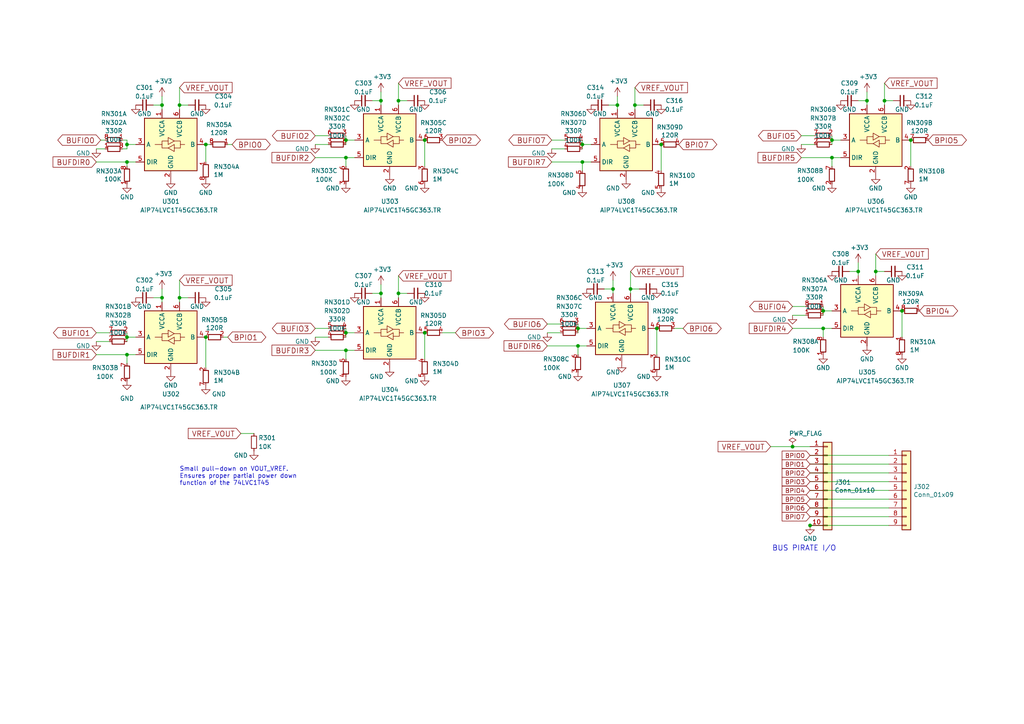
<source format=kicad_sch>
(kicad_sch (version 20231120) (generator "eeschema") (generator_version "8.0")
  (paper "A4")
  (lib_symbols
    (symbol "Connector_Generic:Conn_01x09" (pin_names (offset 1.016) hide)
      (property "Reference" "J" (at 0 12.7 0))
      (property "Value" "Conn_01x09" (at 0 -12.7 0))
      (symbol "Conn_01x09_1_1"
        (pin passive line (at -5.08 10.16 0) (length 3.81) (name "Pin_1") (number "1"))
        (pin passive line (at -5.08 7.62 0) (length 3.81) (name "Pin_2") (number "2"))
        (pin passive line (at -5.08 5.08 0) (length 3.81) (name "Pin_3") (number "3"))
        (pin passive line (at -5.08 2.54 0) (length 3.81) (name "Pin_4") (number "4"))
        (pin passive line (at -5.08 0 0) (length 3.81) (name "Pin_5") (number "5"))
        (pin passive line (at -5.08 -2.54 0) (length 3.81) (name "Pin_6") (number "6"))
        (pin passive line (at -5.08 -5.08 0) (length 3.81) (name "Pin_7") (number "7"))
        (pin passive line (at -5.08 -7.62 0) (length 3.81) (name "Pin_8") (number "8"))
        (pin passive line (at -5.08 -10.16 0) (length 3.81) (name "Pin_9") (number "9"))
      )
    )
    (symbol "Connector_Generic:Conn_01x10" (pin_names (offset 1.016) hide)
      (property "Reference" "J" (at 0 12.7 0))
      (property "Value" "Conn_01x10" (at 0 -15.24 0))
      (symbol "Conn_01x10_1_1"
        (pin passive line (at -5.08 10.16 0) (length 3.81) (name "Pin_1") (number "1"))
        (pin passive line (at -5.08 -12.7 0) (length 3.81) (name "Pin_10") (number "10"))
        (pin passive line (at -5.08 7.62 0) (length 3.81) (name "Pin_2") (number "2"))
        (pin passive line (at -5.08 5.08 0) (length 3.81) (name "Pin_3") (number "3"))
        (pin passive line (at -5.08 2.54 0) (length 3.81) (name "Pin_4") (number "4"))
        (pin passive line (at -5.08 0 0) (length 3.81) (name "Pin_5") (number "5"))
        (pin passive line (at -5.08 -2.54 0) (length 3.81) (name "Pin_6") (number "6"))
        (pin passive line (at -5.08 -5.08 0) (length 3.81) (name "Pin_7") (number "7"))
        (pin passive line (at -5.08 -7.62 0) (length 3.81) (name "Pin_8") (number "8"))
        (pin passive line (at -5.08 -10.16 0) (length 3.81) (name "Pin_9") (number "9"))
      )
    )
    (symbol "Device:C_Small" (pin_numbers hide) (pin_names (offset 0.254) hide)
      (property "Reference" "C" (at 0.254 1.778 0))
      (property "Value" "C_Small" (at 0.254 -2.032 0))
      (symbol "C_Small_1_1"
        (pin passive line (at 0 2.54 270) (length 2.032) (name "~") (number "1"))
        (pin passive line (at 0 -2.54 90) (length 2.032) (name "~") (number "2"))
      )
    )
    (symbol "Device:R_Small" (pin_numbers hide) (pin_names (offset 0.254) hide)
      (property "Reference" "R" (at 0.762 0.508 0))
      (property "Value" "R_Small" (at 0.762 -1.016 0))
      (symbol "R_Small_1_1"
        (pin passive line (at 0 2.54 270) (length 0.762) (name "~") (number "1"))
        (pin passive line (at 0 -2.54 90) (length 0.762) (name "~") (number "2"))
      )
    )
    (symbol "Logic_LevelTranslator:SN74LVC1T45DCK"
      (property "Reference" "U" (at -6.35 8.89 0))
      (property "Value" "SN74LVC1T45DCK" (at 3.81 8.89 0))
      (symbol "SN74LVC1T45DCK_1_1"
        (pin power_in line (at -2.54 10.16 270) (length 2.54) (name "VCCA") (number "1"))
        (pin power_in line (at 0 -10.16 90) (length 2.54) (name "GND") (number "2"))
        (pin bidirectional line (at -10.16 0 0) (length 2.54) (name "A") (number "3"))
        (pin bidirectional line (at 10.16 0 180) (length 2.54) (name "B") (number "4"))
        (pin input line (at -10.16 -5.08 0) (length 2.54) (name "DIR") (number "5"))
        (pin power_in line (at 2.54 10.16 270) (length 2.54) (name "VCCB") (number "6"))
      )
    )
    (symbol "dp-rarray:R_Array" (pin_names (offset 0) hide)
      (property "Reference" "RN" (at 2.286 0.762 0))
      (property "Value" "R_Array" (at 4.572 -0.762 0))
      (symbol "R_Array_1_1"
        (pin passive line (at 0 2.54 270) (length 0.762) (name "R1.1") (number "1"))
        (pin passive line (at 0 -2.54 90) (length 0.762) (name "R1.8") (number "8"))
      )
      (symbol "R_Array_2_1"
        (pin passive line (at 0 2.54 270) (length 0.762) (name "R1.1") (number "2"))
        (pin passive line (at 0 -2.54 90) (length 0.762) (name "R1.8") (number "7"))
      )
      (symbol "R_Array_3_1"
        (pin passive line (at 0 2.54 270) (length 0.762) (name "R1.1") (number "3"))
        (pin passive line (at 0 -2.54 90) (length 0.762) (name "R1.8") (number "6"))
      )
      (symbol "R_Array_4_1"
        (pin passive line (at 0 2.54 270) (length 0.762) (name "R1.1") (number "4"))
        (pin passive line (at 0 -2.54 90) (length 0.762) (name "R1.8") (number "5"))
      )
    )
    (symbol "power:+3V3" (power) (pin_names (offset 0))
      (property "Value" "+3V3" (at 0 3.556 0))
      (symbol "+3V3_1_1"
        (pin power_in line (at 0 0 90) (length 0) hide (name "+3V3") (number "1"))
      )
    )
    (symbol "power:GND" (power) (pin_names (offset 0))
      (property "Value" "GND" (at 0 -3.81 0))
      (symbol "GND_1_1"
        (pin power_in line (at 0 0 270) (length 0) hide (name "GND") (number "1"))
      )
    )
    (symbol "power:PWR_FLAG" (power) (pin_numbers hide) (pin_names (offset 0) hide)
      (property "Value" "PWR_FLAG" (at 0 3.81 0))
      (symbol "PWR_FLAG_0_0"
        (pin power_out line (at 0 0 90) (length 0) (name "pwr") (number "1"))
      )
    )
  )
  (junction (at 59.69 97.79))
  (junction (at 167.64 100.33))
  (junction (at 254 78.74))
  (junction (at 100.33 40.64))
  (junction (at 52.07 30.48))
  (junction (at 115.57 29.21))
  (junction (at 36.83 41.91))
  (junction (at 52.07 86.36))
  (junction (at 115.57 85.09))
  (junction (at 248.92 78.74))
  (junction (at 46.99 30.48))
  (junction (at 36.83 46.99))
  (junction (at 190.5 95.25))
  (junction (at 100.33 96.52))
  (junction (at 168.91 41.91))
  (junction (at 241.3 40.64))
  (junction (at 234.95 152.4))
  (junction (at 123.19 96.52))
  (junction (at 36.83 102.87))
  (junction (at 264.16 40.64))
  (junction (at 123.19 40.64))
  (junction (at 191.77 41.91))
  (junction (at 238.76 95.25))
  (junction (at 179.07 30.48))
  (junction (at 182.88 83.82))
  (junction (at 59.69 41.91))
  (junction (at 168.91 46.99))
  (junction (at 36.83 97.79))
  (junction (at 110.49 85.09))
  (junction (at 241.3 45.72))
  (junction (at 167.64 95.25))
  (junction (at 110.49 29.21))
  (junction (at 184.15 30.48))
  (junction (at 229.87 129.54))
  (junction (at 238.76 90.17))
  (junction (at 256.54 29.21))
  (junction (at 100.33 101.6))
  (junction (at 46.99 86.36))
  (junction (at 177.8 83.82))
  (junction (at 261.62 90.17))
  (junction (at 251.46 29.21))
  (junction (at 100.33 45.72))
  (wire (pts (xy 236.22 41.91) (xy 232.41 41.91)))
  (wire (pts (xy 110.49 30.48) (xy 110.49 29.21)))
  (wire (pts (xy 259.08 29.21) (xy 256.54 29.21)))
  (wire (pts (xy 234.95 149.86) (xy 257.81 149.86)))
  (wire (pts (xy 39.37 97.79) (xy 36.83 97.79)))
  (wire (pts (xy 52.07 81.28) (xy 52.07 86.36)))
  (wire (pts (xy 257.81 132.08) (xy 234.95 132.08)))
  (wire (pts (xy 36.83 102.87) (xy 27.94 102.87)))
  (wire (pts (xy 241.3 45.72) (xy 241.3 48.26)))
  (wire (pts (xy 176.53 30.48) (xy 179.07 30.48)))
  (wire (pts (xy 36.83 99.06) (xy 36.83 97.79)))
  (wire (pts (xy 123.19 104.14) (xy 123.19 96.52)))
  (wire (pts (xy 170.18 100.33) (xy 167.64 100.33)))
  (wire (pts (xy 66.04 41.91) (xy 67.31 41.91)))
  (wire (pts (xy 238.76 90.17) (xy 238.76 88.9)))
  (wire (pts (xy 163.83 40.64) (xy 160.02 40.64)))
  (wire (pts (xy 162.56 96.52) (xy 158.75 96.52)))
  (wire (pts (xy 100.33 45.72) (xy 100.33 48.26)))
  (wire (pts (xy 59.69 106.68) (xy 59.69 97.79)))
  (wire (pts (xy 100.33 45.72) (xy 91.44 45.72)))
  (wire (pts (xy 241.3 95.25) (xy 238.76 95.25)))
  (wire (pts (xy 234.95 144.78) (xy 257.81 144.78)))
  (wire (pts (xy 52.07 31.75) (xy 52.07 30.48)))
  (wire (pts (xy 246.38 78.74) (xy 248.92 78.74)))
  (wire (pts (xy 168.91 46.99) (xy 168.91 49.53)))
  (wire (pts (xy 110.49 29.21) (xy 110.49 26.67)))
  (wire (pts (xy 167.64 100.33) (xy 167.64 102.87)))
  (wire (pts (xy 54.61 30.48) (xy 52.07 30.48)))
  (wire (pts (xy 177.8 83.82) (xy 177.8 81.28)))
  (wire (pts (xy 123.19 40.64) (xy 123.19 48.26)))
  (wire (pts (xy 46.99 31.75) (xy 46.99 30.48)))
  (wire (pts (xy 95.25 95.25) (xy 91.44 95.25)))
  (wire (pts (xy 36.83 97.79) (xy 36.83 96.52)))
  (wire (pts (xy 241.3 41.91) (xy 241.3 40.64)))
  (wire (pts (xy 168.91 46.99) (xy 160.02 46.99)))
  (wire (pts (xy 236.22 39.37) (xy 232.41 39.37)))
  (wire (pts (xy 118.11 85.09) (xy 115.57 85.09)))
  (wire (pts (xy 238.76 91.44) (xy 238.76 90.17)))
  (wire (pts (xy 59.69 41.91) (xy 59.69 46.99)))
  (wire (pts (xy 171.45 46.99) (xy 168.91 46.99)))
  (wire (pts (xy 170.18 95.25) (xy 167.64 95.25)))
  (wire (pts (xy 36.83 48.26) (xy 36.83 46.99)))
  (wire (pts (xy 115.57 86.36) (xy 115.57 85.09)))
  (wire (pts (xy 175.26 83.82) (xy 177.8 83.82)))
  (wire (pts (xy 190.5 102.87) (xy 190.5 95.25)))
  (wire (pts (xy 233.68 88.9) (xy 229.87 88.9)))
  (wire (pts (xy 54.61 86.36) (xy 52.07 86.36)))
  (wire (pts (xy 128.27 96.52) (xy 132.08 96.52)))
  (wire (pts (xy 115.57 30.48) (xy 115.57 29.21)))
  (wire (pts (xy 248.92 78.74) (xy 248.92 76.2)))
  (wire (pts (xy 115.57 80.01) (xy 115.57 85.09)))
  (wire (pts (xy 179.07 30.48) (xy 179.07 27.94)))
  (wire (pts (xy 44.45 30.48) (xy 46.99 30.48)))
  (wire (pts (xy 162.56 93.98) (xy 158.75 93.98)))
  (wire (pts (xy 36.83 43.18) (xy 35.56 43.18)))
  (wire (pts (xy 243.84 40.64) (xy 241.3 40.64)))
  (wire (pts (xy 100.33 101.6) (xy 91.44 101.6)))
  (wire (pts (xy 31.75 96.52) (xy 27.94 96.52)))
  (wire (pts (xy 243.84 45.72) (xy 241.3 45.72)))
  (wire (pts (xy 69.85 125.73) (xy 73.66 125.73)))
  (wire (pts (xy 102.87 40.64) (xy 100.33 40.64)))
  (wire (pts (xy 46.99 87.63) (xy 46.99 86.36)))
  (wire (pts (xy 39.37 102.87) (xy 36.83 102.87)))
  (wire (pts (xy 60.96 41.91) (xy 59.69 41.91)))
  (wire (pts (xy 177.8 85.09) (xy 177.8 83.82)))
  (wire (pts (xy 118.11 29.21) (xy 115.57 29.21)))
  (wire (pts (xy 95.25 39.37) (xy 91.44 39.37)))
  (wire (pts (xy 110.49 86.36) (xy 110.49 85.09)))
  (wire (pts (xy 66.04 97.79) (xy 64.77 97.79)))
  (wire (pts (xy 171.45 41.91) (xy 168.91 41.91)))
  (wire (pts (xy 179.07 31.75) (xy 179.07 30.48)))
  (wire (pts (xy 115.57 24.13) (xy 115.57 29.21)))
  (wire (pts (xy 223.52 129.54) (xy 229.87 129.54)))
  (wire (pts (xy 233.68 91.44) (xy 229.87 91.44)))
  (wire (pts (xy 27.94 46.99) (xy 36.83 46.99)))
  (wire (pts (xy 30.48 40.64) (xy 29.21 40.64)))
  (wire (pts (xy 95.25 97.79) (xy 91.44 97.79)))
  (wire (pts (xy 234.95 152.4) (xy 257.81 152.4)))
  (wire (pts (xy 168.91 41.91) (xy 168.91 40.64)))
  (wire (pts (xy 241.3 45.72) (xy 232.41 45.72)))
  (wire (pts (xy 251.46 30.48) (xy 251.46 29.21)))
  (wire (pts (xy 107.95 85.09) (xy 110.49 85.09)))
  (wire (pts (xy 100.33 41.91) (xy 100.33 40.64)))
  (wire (pts (xy 36.83 40.64) (xy 35.56 40.64)))
  (wire (pts (xy 102.87 45.72) (xy 100.33 45.72)))
  (wire (pts (xy 163.83 43.18) (xy 160.02 43.18)))
  (wire (pts (xy 198.12 95.25) (xy 195.58 95.25)))
  (wire (pts (xy 234.95 139.7) (xy 257.81 139.7)))
  (wire (pts (xy 27.94 43.18) (xy 30.48 43.18)))
  (wire (pts (xy 100.33 40.64) (xy 100.33 39.37)))
  (wire (pts (xy 241.3 90.17) (xy 238.76 90.17)))
  (wire (pts (xy 256.54 78.74) (xy 254 78.74)))
  (wire (pts (xy 251.46 29.21) (xy 251.46 26.67)))
  (wire (pts (xy 234.95 137.16) (xy 257.81 137.16)))
  (wire (pts (xy 100.33 96.52) (xy 100.33 95.25)))
  (wire (pts (xy 31.75 99.06) (xy 27.94 99.06)))
  (wire (pts (xy 167.64 96.52) (xy 167.64 95.25)))
  (wire (pts (xy 168.91 43.18) (xy 168.91 41.91)))
  (wire (pts (xy 52.07 87.63) (xy 52.07 86.36)))
  (wire (pts (xy 256.54 24.13) (xy 256.54 29.21)))
  (wire (pts (xy 182.88 78.74) (xy 182.88 83.82)))
  (wire (pts (xy 185.42 83.82) (xy 182.88 83.82)))
  (wire (pts (xy 52.07 25.4) (xy 52.07 30.48)))
  (wire (pts (xy 261.62 97.79) (xy 261.62 90.17)))
  (wire (pts (xy 167.64 100.33) (xy 158.75 100.33)))
  (wire (pts (xy 46.99 86.36) (xy 46.99 83.82)))
  (wire (pts (xy 36.83 102.87) (xy 36.83 105.41)))
  (wire (pts (xy 248.92 80.01) (xy 248.92 78.74)))
  (wire (pts (xy 238.76 95.25) (xy 229.87 95.25)))
  (wire (pts (xy 36.83 43.18) (xy 36.83 41.91)))
  (wire (pts (xy 238.76 95.25) (xy 238.76 97.79)))
  (wire (pts (xy 46.99 30.48) (xy 46.99 27.94)))
  (wire (pts (xy 100.33 101.6) (xy 100.33 104.14)))
  (wire (pts (xy 191.77 41.91) (xy 191.77 49.53)))
  (wire (pts (xy 254 73.66) (xy 254 78.74)))
  (wire (pts (xy 95.25 41.91) (xy 91.44 41.91)))
  (wire (pts (xy 102.87 96.52) (xy 100.33 96.52)))
  (wire (pts (xy 241.3 40.64) (xy 241.3 39.37)))
  (wire (pts (xy 36.83 41.91) (xy 36.83 40.64)))
  (wire (pts (xy 229.87 129.54) (xy 234.95 129.54)))
  (wire (pts (xy 44.45 86.36) (xy 46.99 86.36)))
  (wire (pts (xy 100.33 97.79) (xy 100.33 96.52)))
  (wire (pts (xy 167.64 95.25) (xy 167.64 93.98)))
  (wire (pts (xy 234.95 142.24) (xy 257.81 142.24)))
  (wire (pts (xy 186.69 30.48) (xy 184.15 30.48)))
  (wire (pts (xy 184.15 25.4) (xy 184.15 30.48)))
  (wire (pts (xy 234.95 147.32) (xy 257.81 147.32)))
  (wire (pts (xy 234.95 134.62) (xy 257.81 134.62)))
  (wire (pts (xy 107.95 29.21) (xy 110.49 29.21)))
  (wire (pts (xy 248.92 29.21) (xy 251.46 29.21)))
  (wire (pts (xy 184.15 31.75) (xy 184.15 30.48)))
  (wire (pts (xy 102.87 101.6) (xy 100.33 101.6)))
  (wire (pts (xy 256.54 30.48) (xy 256.54 29.21)))
  (wire (pts (xy 36.83 46.99) (xy 39.37 46.99)))
  (wire (pts (xy 182.88 85.09) (xy 182.88 83.82)))
  (wire (pts (xy 39.37 41.91) (xy 36.83 41.91)))
  (wire (pts (xy 254 80.01) (xy 254 78.74)))
  (wire (pts (xy 110.49 85.09) (xy 110.49 82.55)))
  (wire (pts (xy 264.16 48.26) (xy 264.16 40.64)))
  (text "Small pull-down on VOUT_VREF.\nEnsures proper partial power down \nfunction of the 74LVC1T45" (at 52.07 140.97 0) (effects (font (size 1.27 1.27)) (justify left bottom)))
  (text "BUS PIRATE I/O" (at 242.57 160.02 0) (effects (font (size 1.524 1.524)) (justify right bottom)))
  (global_label "BPIO2" (shape bidirectional) (at 128.27 40.64 0) (effects (font (size 1.524 1.524))) (property "Intersheetrefs" "${INTERSHEET_REFS}" (effects (hide yes))))
  (global_label "BPIO0" (shape bidirectional) (at 67.31 41.91 0) (effects (font (size 1.524 1.524))) (property "Intersheetrefs" "${INTERSHEET_REFS}" (effects (hide yes))))
  (global_label "BPIO7" (shape bidirectional) (at 196.85 41.91 0) (effects (font (size 1.524 1.524))) (property "Intersheetrefs" "${INTERSHEET_REFS}" (effects (hide yes))))
  (global_label "BUFDIR0" (shape input) (at 27.94 46.99 180) (effects (font (size 1.524 1.524))) (property "Intersheetrefs" "${INTERSHEET_REFS}" (effects (hide yes))))
  (global_label "BUFIO5" (shape bidirectional) (at 232.41 39.37 180) (effects (font (size 1.524 1.524))) (property "Intersheetrefs" "${INTERSHEET_REFS}" (effects (hide yes))))
  (global_label "BUFIO3" (shape bidirectional) (at 91.44 95.25 180) (effects (font (size 1.524 1.524))) (property "Intersheetrefs" "${INTERSHEET_REFS}" (effects (hide yes))))
  (global_label "VREF_VOUT" (shape input) (at 223.52 129.54 180) (effects (font (size 1.524 1.524))) (property "Intersheetrefs" "${INTERSHEET_REFS}" (effects (hide yes))))
  (global_label "BUFDIR4" (shape input) (at 229.87 95.25 180) (effects (font (size 1.524 1.524))) (property "Intersheetrefs" "${INTERSHEET_REFS}" (effects (hide yes))))
  (global_label "BUFIO0" (shape bidirectional) (at 29.21 40.64 180) (effects (font (size 1.524 1.524))) (property "Intersheetrefs" "${INTERSHEET_REFS}" (effects (hide yes))))
  (global_label "VREF_VOUT" (shape input) (at 115.57 80.01 0) (effects (font (size 1.524 1.524))) (property "Intersheetrefs" "${INTERSHEET_REFS}" (effects (hide yes))))
  (global_label "BUFIO2" (shape bidirectional) (at 91.44 39.37 180) (effects (font (size 1.524 1.524))) (property "Intersheetrefs" "${INTERSHEET_REFS}" (effects (hide yes))))
  (global_label "BUFDIR3" (shape input) (at 91.44 101.6 180) (effects (font (size 1.524 1.524))) (property "Intersheetrefs" "${INTERSHEET_REFS}" (effects (hide yes))))
  (global_label "BUFIO4" (shape bidirectional) (at 229.87 88.9 180) (effects (font (size 1.524 1.524))) (property "Intersheetrefs" "${INTERSHEET_REFS}" (effects (hide yes))))
  (global_label "BPIO5" (shape bidirectional) (at 269.24 40.64 0) (effects (font (size 1.524 1.524))) (property "Intersheetrefs" "${INTERSHEET_REFS}" (effects (hide yes))))
  (global_label "BUFDIR2" (shape input) (at 91.44 45.72 180) (effects (font (size 1.524 1.524))) (property "Intersheetrefs" "${INTERSHEET_REFS}" (effects (hide yes))))
  (global_label "BPIO1" (shape bidirectional) (at 66.04 97.79 0) (effects (font (size 1.524 1.524))) (property "Intersheetrefs" "${INTERSHEET_REFS}" (effects (hide yes))))
  (global_label "BPIO1" (shape input) (at 234.95 134.62 180) (property "Intersheetrefs" "${INTERSHEET_REFS}" (effects (hide yes))))
  (global_label "VREF_VOUT" (shape input) (at 52.07 25.4 0) (effects (font (size 1.524 1.524))) (property "Intersheetrefs" "${INTERSHEET_REFS}" (effects (hide yes))))
  (global_label "VREF_VOUT" (shape input) (at 115.57 24.13 0) (effects (font (size 1.524 1.524))) (property "Intersheetrefs" "${INTERSHEET_REFS}" (effects (hide yes))))
  (global_label "BPIO4" (shape input) (at 234.95 142.24 180) (property "Intersheetrefs" "${INTERSHEET_REFS}" (effects (hide yes))))
  (global_label "BPIO4" (shape bidirectional) (at 266.7 90.17 0) (effects (font (size 1.524 1.524))) (property "Intersheetrefs" "${INTERSHEET_REFS}" (effects (hide yes))))
  (global_label "VREF_VOUT" (shape input) (at 69.85 125.73 180) (effects (font (size 1.524 1.524))) (property "Intersheetrefs" "${INTERSHEET_REFS}" (effects (hide yes))))
  (global_label "BPIO6" (shape input) (at 234.95 147.32 180) (property "Intersheetrefs" "${INTERSHEET_REFS}" (effects (hide yes))))
  (global_label "VREF_VOUT" (shape input) (at 184.15 25.4 0) (effects (font (size 1.524 1.524))) (property "Intersheetrefs" "${INTERSHEET_REFS}" (effects (hide yes))))
  (global_label "VREF_VOUT" (shape input) (at 182.88 78.74 0) (effects (font (size 1.524 1.524))) (property "Intersheetrefs" "${INTERSHEET_REFS}" (effects (hide yes))))
  (global_label "BPIO6" (shape bidirectional) (at 198.12 95.25 0) (effects (font (size 1.524 1.524))) (property "Intersheetrefs" "${INTERSHEET_REFS}" (effects (hide yes))))
  (global_label "BPIO3" (shape bidirectional) (at 132.08 96.52 0) (effects (font (size 1.524 1.524))) (property "Intersheetrefs" "${INTERSHEET_REFS}" (effects (hide yes))))
  (global_label "BUFIO1" (shape bidirectional) (at 27.94 96.52 180) (effects (font (size 1.524 1.524))) (property "Intersheetrefs" "${INTERSHEET_REFS}" (effects (hide yes))))
  (global_label "BUFDIR5" (shape input) (at 232.41 45.72 180) (effects (font (size 1.524 1.524))) (property "Intersheetrefs" "${INTERSHEET_REFS}" (effects (hide yes))))
  (global_label "VREF_VOUT" (shape input) (at 256.54 24.13 0) (effects (font (size 1.524 1.524))) (property "Intersheetrefs" "${INTERSHEET_REFS}" (effects (hide yes))))
  (global_label "BUFIO7" (shape bidirectional) (at 160.02 40.64 180) (effects (font (size 1.524 1.524))) (property "Intersheetrefs" "${INTERSHEET_REFS}" (effects (hide yes))))
  (global_label "VREF_VOUT" (shape input) (at 52.07 81.28 0) (effects (font (size 1.524 1.524))) (property "Intersheetrefs" "${INTERSHEET_REFS}" (effects (hide yes))))
  (global_label "BPIO3" (shape input) (at 234.95 139.7 180) (property "Intersheetrefs" "${INTERSHEET_REFS}" (effects (hide yes))))
  (global_label "BUFDIR1" (shape input) (at 27.94 102.87 180) (effects (font (size 1.524 1.524))) (property "Intersheetrefs" "${INTERSHEET_REFS}" (effects (hide yes))))
  (global_label "BUFDIR6" (shape input) (at 158.75 100.33 180) (effects (font (size 1.524 1.524))) (property "Intersheetrefs" "${INTERSHEET_REFS}" (effects (hide yes))))
  (global_label "VREF_VOUT" (shape input) (at 254 73.66 0) (effects (font (size 1.524 1.524))) (property "Intersheetrefs" "${INTERSHEET_REFS}" (effects (hide yes))))
  (global_label "BPIO7" (shape input) (at 234.95 149.86 180) (property "Intersheetrefs" "${INTERSHEET_REFS}" (effects (hide yes))))
  (global_label "BUFIO6" (shape bidirectional) (at 158.75 93.98 180) (effects (font (size 1.524 1.524))) (property "Intersheetrefs" "${INTERSHEET_REFS}" (effects (hide yes))))
  (global_label "BPIO0" (shape input) (at 234.95 132.08 180) (property "Intersheetrefs" "${INTERSHEET_REFS}" (effects (hide yes))))
  (global_label "BPIO2" (shape input) (at 234.95 137.16 180) (property "Intersheetrefs" "${INTERSHEET_REFS}" (effects (hide yes))))
  (global_label "BPIO5" (shape input) (at 234.95 144.78 180) (property "Intersheetrefs" "${INTERSHEET_REFS}" (effects (hide yes))))
  (global_label "BUFDIR7" (shape input) (at 160.02 46.99 180) (effects (font (size 1.524 1.524))) (property "Intersheetrefs" "${INTERSHEET_REFS}" (effects (hide yes))))
  (symbol (lib_id "power:+3V3") (at 46.99 27.94 0) (unit 1)
    (property "Reference" "#PWR0310" (effects (hide yes)))
    (property "Value" "+3V3" (at 47.371 23.5458 0))
  )
  (symbol (lib_id "Device:C_Small") (at 57.15 30.48 90) (unit 1)
    (property "Reference" "C304" (at 64.77 27.94 90))
    (property "Value" "0.1uF" (at 64.77 30.48 90))
    (property "Footprint" "Capacitor_SMD:C_0402_1005Metric" (effects (hide yes)))
    (property "RMB" "0.00628" (effects (hide yes)))
    (property "Supplier" "https://item.szlcsc.com/1877.html" (effects (hide yes)))
  )
  (symbol (lib_id "power:GND") (at 39.37 30.48 0) (unit 1)
    (property "Reference" "#PWR0307" (effects (hide yes)))
    (property "Value" "GND" (at 41.91 33.02 0))
  )
  (symbol (lib_id "power:GND") (at 59.69 30.48 0) (unit 1)
    (property "Reference" "#PWR0316" (effects (hide yes)))
    (property "Value" "GND" (at 57.15 33.02 0))
  )
  (symbol (lib_id "power:GND") (at 49.53 52.07 0) (unit 1)
    (property "Reference" "#PWR0313" (effects (hide yes)))
    (property "Value" "GND" (at 49.53 55.88 0))
  )
  (symbol (lib_id "power:GND") (at 27.94 43.18 0) (unit 1)
    (property "Reference" "#PWR0301" (effects (hide yes)))
    (property "Value" "GND" (at 24.13 44.45 0))
  )
  (symbol (lib_id "power:GND") (at 36.83 53.34 0) (unit 1)
    (property "Reference" "#PWR0304" (effects (hide yes)))
    (property "Value" "GND" (at 36.83 57.15 0))
  )
  (symbol (lib_id "power:GND") (at 59.69 52.07 0) (unit 1)
    (property "Reference" "#PWR0317" (effects (hide yes)))
    (property "Value" "GND" (at 59.69 55.88 0))
  )
  (symbol (lib_id "Device:C_Small") (at 41.91 86.36 90) (unit 1)
    (property "Reference" "C302" (at 41.91 81.28 90))
    (property "Value" "0.1uF" (at 41.91 83.82 90))
    (property "Footprint" "Capacitor_SMD:C_0402_1005Metric" (effects (hide yes)))
    (property "RMB" "0.00628" (effects (hide yes)))
    (property "Supplier" "https://item.szlcsc.com/1877.html" (effects (hide yes)))
  )
  (symbol (lib_id "Logic_LevelTranslator:SN74LVC1T45DCK") (at 49.53 97.79 0) (unit 1)
    (property "Reference" "U302" (at 46.99 114.3 0) (effects (justify left)))
    (property "Value" "AiP74LVC1T45GC363.TR" (at 40.64 118.11 0) (effects (justify left)))
    (property "Footprint" "Package_TO_SOT_SMD:SOT-363_SC-70-6" (effects (hide yes)))
    (property "Datasheet" "http://www.ti.com/lit/ds/symlink/sn74lvc1t45.pdf" (effects (hide yes)))
    (property "RMB" "1.33" (effects (hide yes)))
    (property "Supplier" "https://item.szlcsc.com/9911.html" (effects (hide yes)))
  )
  (symbol (lib_id "power:+3V3") (at 46.99 83.82 0) (unit 1)
    (property "Reference" "#PWR0311" (effects (hide yes)))
    (property "Value" "+3V3" (at 47.371 79.4258 0))
  )
  (symbol (lib_id "Device:C_Small") (at 57.15 86.36 90) (unit 1)
    (property "Reference" "C305" (at 64.77 83.82 90))
    (property "Value" "0.1uF" (at 64.77 86.36 90))
    (property "Footprint" "Capacitor_SMD:C_0402_1005Metric" (effects (hide yes)))
    (property "RMB" "0.00628" (effects (hide yes)))
    (property "Supplier" "https://item.szlcsc.com/1877.html" (effects (hide yes)))
  )
  (symbol (lib_id "power:GND") (at 39.37 86.36 0) (unit 1)
    (property "Reference" "#PWR0308" (effects (hide yes)))
    (property "Value" "GND" (at 41.91 88.9 0))
  )
  (symbol (lib_id "power:GND") (at 59.69 86.36 0) (unit 1)
    (property "Reference" "#PWR0318" (effects (hide yes)))
    (property "Value" "GND" (at 57.15 88.9 0))
  )
  (symbol (lib_id "power:GND") (at 49.53 107.95 0) (unit 1)
    (property "Reference" "#PWR0314" (effects (hide yes)))
    (property "Value" "GND" (at 49.53 111.76 0))
  )
  (symbol (lib_id "power:GND") (at 27.94 99.06 0) (unit 1)
    (property "Reference" "#PWR0302" (effects (hide yes)))
    (property "Value" "GND" (at 24.13 100.33 0))
  )
  (symbol (lib_id "power:GND") (at 36.83 110.49 0) (unit 1)
    (property "Reference" "#PWR0305" (effects (hide yes)))
    (property "Value" "GND" (at 36.83 115.57 0))
  )
  (symbol (lib_id "power:GND") (at 59.69 111.76 0) (unit 1)
    (property "Reference" "#PWR0319" (effects (hide yes)))
    (property "Value" "GND" (at 63.5 114.3 0))
  )
  (symbol (lib_id "Device:C_Small") (at 105.41 29.21 90) (unit 1)
    (property "Reference" "C303" (at 105.41 24.13 90))
    (property "Value" "0.1uF" (at 105.41 26.67 90))
    (property "Footprint" "Capacitor_SMD:C_0402_1005Metric" (effects (hide yes)))
    (property "RMB" "0.00628" (effects (hide yes)))
    (property "Supplier" "https://item.szlcsc.com/1877.html" (effects (hide yes)))
  )
  (symbol (lib_id "Logic_LevelTranslator:SN74LVC1T45DCK") (at 113.03 40.64 0) (unit 1)
    (property "Reference" "U303" (at 110.49 58.42 0) (effects (justify left)))
    (property "Value" "AiP74LVC1T45GC363.TR" (at 105.41 60.96 0) (effects (justify left)))
    (property "Footprint" "Package_TO_SOT_SMD:SOT-363_SC-70-6" (effects (hide yes)))
    (property "Datasheet" "http://www.ti.com/lit/ds/symlink/sn74lvc1t45.pdf" (effects (hide yes)))
    (property "RMB" "1.33" (effects (hide yes)))
    (property "Supplier" "https://item.szlcsc.com/9911.html" (effects (hide yes)))
  )
  (symbol (lib_id "power:+3V3") (at 110.49 26.67 0) (unit 1)
    (property "Reference" "#PWR0312" (effects (hide yes)))
    (property "Value" "+3V3" (at 110.871 22.2758 0))
  )
  (symbol (lib_id "Device:C_Small") (at 120.65 29.21 90) (unit 1)
    (property "Reference" "C306" (at 127 26.67 90))
    (property "Value" "0.1uF" (at 127 29.21 90))
    (property "Footprint" "Capacitor_SMD:C_0402_1005Metric" (effects (hide yes)))
    (property "RMB" "0.00628" (effects (hide yes)))
    (property "Supplier" "https://item.szlcsc.com/1877.html" (effects (hide yes)))
  )
  (symbol (lib_id "power:GND") (at 102.87 29.21 0) (unit 1)
    (property "Reference" "#PWR0309" (effects (hide yes)))
    (property "Value" "GND" (at 105.41 31.75 0))
  )
  (symbol (lib_id "power:GND") (at 123.19 29.21 0) (unit 1)
    (property "Reference" "#PWR0320" (effects (hide yes)))
    (property "Value" "GND" (at 120.65 31.75 0))
  )
  (symbol (lib_id "power:GND") (at 113.03 50.8 0) (unit 1)
    (property "Reference" "#PWR0315" (effects (hide yes)))
    (property "Value" "GND" (at 113.03 54.61 0))
  )
  (symbol (lib_id "power:GND") (at 91.44 41.91 0) (unit 1)
    (property "Reference" "#PWR0303" (effects (hide yes)))
    (property "Value" "GND" (at 87.63 43.18 0))
  )
  (symbol (lib_id "power:GND") (at 100.33 53.34 0) (unit 1)
    (property "Reference" "#PWR0306" (effects (hide yes)))
    (property "Value" "GND" (at 96.52 54.61 0))
  )
  (symbol (lib_id "power:GND") (at 123.19 53.34 0) (unit 1)
    (property "Reference" "#PWR0321" (effects (hide yes)))
    (property "Value" "GND" (at 119.38 54.61 0))
  )
  (symbol (lib_id "Device:C_Small") (at 105.41 85.09 90) (unit 1)
    (property "Reference" "C307" (at 105.41 80.01 90))
    (property "Value" "0.1uF" (at 105.41 82.55 90))
    (property "Footprint" "Capacitor_SMD:C_0402_1005Metric" (effects (hide yes)))
    (property "RMB" "0.00628" (effects (hide yes)))
    (property "Supplier" "https://item.szlcsc.com/1877.html" (effects (hide yes)))
  )
  (symbol (lib_id "Logic_LevelTranslator:SN74LVC1T45DCK") (at 113.03 96.52 0) (unit 1)
    (property "Reference" "U304" (at 110.49 113.03 0) (effects (justify left)))
    (property "Value" "AiP74LVC1T45GC363.TR" (at 104.14 115.57 0) (effects (justify left)))
    (property "Footprint" "Package_TO_SOT_SMD:SOT-363_SC-70-6" (effects (hide yes)))
    (property "Datasheet" "http://www.ti.com/lit/ds/symlink/sn74lvc1t45.pdf" (effects (hide yes)))
    (property "RMB" "1.33" (effects (hide yes)))
    (property "Supplier" "https://item.szlcsc.com/9911.html" (effects (hide yes)))
  )
  (symbol (lib_id "power:+3V3") (at 110.49 82.55 0) (unit 1)
    (property "Reference" "#PWR0331" (effects (hide yes)))
    (property "Value" "+3V3" (at 110.871 78.1558 0))
  )
  (symbol (lib_id "Device:C_Small") (at 120.65 85.09 90) (unit 1)
    (property "Reference" "C310" (at 125.73 82.55 90))
    (property "Value" "0.1uF" (at 125.73 85.09 90))
    (property "Footprint" "Capacitor_SMD:C_0402_1005Metric" (effects (hide yes)))
    (property "RMB" "0.00628" (effects (hide yes)))
    (property "Supplier" "https://item.szlcsc.com/1877.html" (effects (hide yes)))
  )
  (symbol (lib_id "power:GND") (at 102.87 85.09 0) (unit 1)
    (property "Reference" "#PWR0327" (effects (hide yes)))
    (property "Value" "GND" (at 105.41 87.63 0))
  )
  (symbol (lib_id "power:GND") (at 123.19 85.09 0) (unit 1)
    (property "Reference" "#PWR0337" (effects (hide yes)))
    (property "Value" "GND" (at 120.65 87.63 0))
  )
  (symbol (lib_id "power:GND") (at 113.03 106.68 0) (unit 1)
    (property "Reference" "#PWR0333" (effects (hide yes)))
    (property "Value" "GND" (at 109.22 109.22 0))
  )
  (symbol (lib_id "power:GND") (at 91.44 97.79 0) (unit 1)
    (property "Reference" "#PWR0322" (effects (hide yes)))
    (property "Value" "GND" (at 87.63 99.06 0))
  )
  (symbol (lib_id "power:GND") (at 100.33 109.22 0) (unit 1)
    (property "Reference" "#PWR0325" (effects (hide yes)))
    (property "Value" "GND" (at 96.52 110.49 0))
  )
  (symbol (lib_id "power:GND") (at 123.19 109.22 0) (unit 1)
    (property "Reference" "#PWR0338" (effects (hide yes)))
    (property "Value" "GND" (at 119.38 110.49 0))
  )
  (symbol (lib_id "Device:C_Small") (at 243.84 78.74 90) (unit 1)
    (property "Reference" "C308" (at 243.84 73.66 90))
    (property "Value" "0.1uF" (at 243.84 76.2 90))
    (property "Footprint" "Capacitor_SMD:C_0402_1005Metric" (effects (hide yes)))
    (property "RMB" "0.00628" (effects (hide yes)))
    (property "Supplier" "https://item.szlcsc.com/1877.html" (effects (hide yes)))
  )
  (symbol (lib_id "Logic_LevelTranslator:SN74LVC1T45DCK") (at 251.46 90.17 0) (unit 1)
    (property "Reference" "U305" (at 248.92 107.95 0) (effects (justify left)))
    (property "Value" "AiP74LVC1T45GC363.TR" (at 242.57 110.49 0) (effects (justify left)))
    (property "Footprint" "Package_TO_SOT_SMD:SOT-363_SC-70-6" (effects (hide yes)))
    (property "Datasheet" "http://www.ti.com/lit/ds/symlink/sn74lvc1t45.pdf" (effects (hide yes)))
    (property "RMB" "1.33" (effects (hide yes)))
    (property "Supplier" "https://item.szlcsc.com/9911.html" (effects (hide yes)))
  )
  (symbol (lib_id "power:+3V3") (at 248.92 76.2 0) (unit 1)
    (property "Reference" "#PWR0332" (effects (hide yes)))
    (property "Value" "+3V3" (at 249.301 71.8058 0))
  )
  (symbol (lib_id "Device:C_Small") (at 259.08 78.74 90) (unit 1)
    (property "Reference" "C311" (at 265.43 77.47 90))
    (property "Value" "0.1uF" (at 265.43 80.01 90))
    (property "Footprint" "Capacitor_SMD:C_0402_1005Metric" (effects (hide yes)))
    (property "RMB" "0.00628" (effects (hide yes)))
    (property "Supplier" "https://item.szlcsc.com/1877.html" (effects (hide yes)))
  )
  (symbol (lib_id "power:GND") (at 241.3 78.74 0) (unit 1)
    (property "Reference" "#PWR0329" (effects (hide yes)))
    (property "Value" "GND" (at 243.84 81.28 0))
  )
  (symbol (lib_id "power:GND") (at 261.62 78.74 0) (unit 1)
    (property "Reference" "#PWR0339" (effects (hide yes)))
    (property "Value" "GND" (at 259.08 81.28 0))
  )
  (symbol (lib_id "power:GND") (at 251.46 100.33 0) (unit 1)
    (property "Reference" "#PWR0335" (effects (hide yes)))
    (property "Value" "GND" (at 251.46 104.14 0))
  )
  (symbol (lib_id "power:GND") (at 229.87 91.44 0) (unit 1)
    (property "Reference" "#PWR0323" (effects (hide yes)))
    (property "Value" "GND" (at 226.06 92.71 0))
  )
  (symbol (lib_id "power:GND") (at 238.76 102.87 0) (unit 1)
    (property "Reference" "#PWR0326" (effects (hide yes)))
    (property "Value" "GND" (at 238.76 106.68 0))
  )
  (symbol (lib_id "power:GND") (at 261.62 102.87 0) (unit 1)
    (property "Reference" "#PWR0340" (effects (hide yes)))
    (property "Value" "GND" (at 261.62 106.68 0))
  )
  (symbol (lib_id "Device:C_Small") (at 246.38 29.21 90) (unit 1)
    (property "Reference" "C309" (at 246.38 24.13 90))
    (property "Value" "0.1uF" (at 246.38 26.67 90))
    (property "Footprint" "Capacitor_SMD:C_0402_1005Metric" (effects (hide yes)))
    (property "RMB" "0.00628" (effects (hide yes)))
    (property "Supplier" "https://item.szlcsc.com/1877.html" (effects (hide yes)))
  )
  (symbol (lib_id "Logic_LevelTranslator:SN74LVC1T45DCK") (at 254 40.64 0) (unit 1)
    (property "Reference" "U306" (at 251.46 58.42 0) (effects (justify left)))
    (property "Value" "AiP74LVC1T45GC363.TR" (at 245.11 60.96 0) (effects (justify left)))
    (property "Footprint" "Package_TO_SOT_SMD:SOT-363_SC-70-6" (effects (hide yes)))
    (property "Datasheet" "http://www.ti.com/lit/ds/symlink/sn74lvc1t45.pdf" (effects (hide yes)))
    (property "RMB" "1.33" (effects (hide yes)))
    (property "Supplier" "https://item.szlcsc.com/9911.html" (effects (hide yes)))
  )
  (symbol (lib_id "power:+3V3") (at 251.46 26.67 0) (unit 1)
    (property "Reference" "#PWR0334" (effects (hide yes)))
    (property "Value" "+3V3" (at 251.841 22.2758 0))
  )
  (symbol (lib_id "Device:C_Small") (at 261.62 29.21 90) (unit 1)
    (property "Reference" "C312" (at 267.97 27.94 90))
    (property "Value" "0.1uF" (at 267.97 30.48 90))
    (property "Footprint" "Capacitor_SMD:C_0402_1005Metric" (effects (hide yes)))
    (property "RMB" "0.00628" (effects (hide yes)))
    (property "Supplier" "https://item.szlcsc.com/1877.html" (effects (hide yes)))
  )
  (symbol (lib_id "power:GND") (at 243.84 29.21 0) (unit 1)
    (property "Reference" "#PWR0330" (effects (hide yes)))
    (property "Value" "GND" (at 246.38 31.75 0))
  )
  (symbol (lib_id "power:GND") (at 264.16 29.21 0) (unit 1)
    (property "Reference" "#PWR0341" (effects (hide yes)))
    (property "Value" "GND" (at 261.62 31.75 0))
  )
  (symbol (lib_id "power:GND") (at 254 50.8 0) (unit 1)
    (property "Reference" "#PWR0336" (effects (hide yes)))
    (property "Value" "GND" (at 254 54.61 0))
  )
  (symbol (lib_id "power:GND") (at 232.41 41.91 0) (unit 1)
    (property "Reference" "#PWR0324" (effects (hide yes)))
    (property "Value" "GND" (at 228.6 43.18 0))
  )
  (symbol (lib_id "power:GND") (at 241.3 53.34 0) (unit 1)
    (property "Reference" "#PWR0328" (effects (hide yes)))
    (property "Value" "GND" (at 237.49 54.61 0))
  )
  (symbol (lib_id "power:GND") (at 264.16 53.34 0) (unit 1)
    (property "Reference" "#PWR0342" (effects (hide yes)))
    (property "Value" "GND" (at 264.16 57.15 0))
  )
  (symbol (lib_id "Device:C_Small") (at 172.72 83.82 90) (unit 1)
    (property "Reference" "C313" (at 172.72 78.74 90))
    (property "Value" "0.1uF" (at 172.72 81.28 90))
    (property "Footprint" "Capacitor_SMD:C_0402_1005Metric" (effects (hide yes)))
    (property "RMB" "0.00628" (effects (hide yes)))
    (property "Supplier" "https://item.szlcsc.com/1877.html" (effects (hide yes)))
  )
  (symbol (lib_id "Logic_LevelTranslator:SN74LVC1T45DCK") (at 180.34 95.25 0) (unit 1)
    (property "Reference" "U307" (at 177.8 111.76 0) (effects (justify left)))
    (property "Value" "AiP74LVC1T45GC363.TR" (at 171.45 114.3 0) (effects (justify left)))
    (property "Footprint" "Package_TO_SOT_SMD:SOT-363_SC-70-6" (effects (hide yes)))
    (property "Datasheet" "http://www.ti.com/lit/ds/symlink/sn74lvc1t45.pdf" (effects (hide yes)))
    (property "RMB" "1.33" (effects (hide yes)))
    (property "Supplier" "https://item.szlcsc.com/9911.html" (effects (hide yes)))
  )
  (symbol (lib_id "power:+3V3") (at 177.8 81.28 0) (unit 1)
    (property "Reference" "#PWR0349" (effects (hide yes)))
    (property "Value" "+3V3" (at 178.181 76.8858 0))
  )
  (symbol (lib_id "Device:C_Small") (at 187.96 83.82 90) (unit 1)
    (property "Reference" "C315" (at 194.31 82.55 90))
    (property "Value" "0.1uF" (at 194.31 85.09 90))
    (property "Footprint" "Capacitor_SMD:C_0402_1005Metric" (effects (hide yes)))
    (property "RMB" "0.00628" (effects (hide yes)))
    (property "Supplier" "https://item.szlcsc.com/1877.html" (effects (hide yes)))
  )
  (symbol (lib_id "power:GND") (at 170.18 83.82 0) (unit 1)
    (property "Reference" "#PWR0347" (effects (hide yes)))
    (property "Value" "GND" (at 172.72 86.36 0))
  )
  (symbol (lib_id "power:GND") (at 190.5 83.82 0) (unit 1)
    (property "Reference" "#PWR0354" (effects (hide yes)))
    (property "Value" "GND" (at 187.96 86.36 0))
  )
  (symbol (lib_id "power:GND") (at 180.34 105.41 0) (unit 1)
    (property "Reference" "#PWR0351" (effects (hide yes)))
    (property "Value" "GND" (at 177.8 107.95 0))
  )
  (symbol (lib_id "power:GND") (at 158.75 96.52 0) (unit 1)
    (property "Reference" "#PWR0343" (effects (hide yes)))
    (property "Value" "GND" (at 154.94 97.79 0))
  )
  (symbol (lib_id "power:GND") (at 167.64 107.95 0) (unit 1)
    (property "Reference" "#PWR0345" (effects (hide yes)))
    (property "Value" "GND" (at 163.83 109.22 0))
  )
  (symbol (lib_id "power:GND") (at 190.5 107.95 0) (unit 1)
    (property "Reference" "#PWR0355" (effects (hide yes)))
    (property "Value" "GND" (at 186.69 109.22 0))
  )
  (symbol (lib_id "Device:C_Small") (at 173.99 30.48 90) (unit 1)
    (property "Reference" "C314" (at 172.72 25.4 90))
    (property "Value" "0.1uF" (at 172.72 27.94 90))
    (property "Footprint" "Capacitor_SMD:C_0402_1005Metric" (effects (hide yes)))
    (property "RMB" "0.00628" (effects (hide yes)))
    (property "Supplier" "https://item.szlcsc.com/1877.html" (effects (hide yes)))
  )
  (symbol (lib_id "Logic_LevelTranslator:SN74LVC1T45DCK") (at 181.61 41.91 0) (unit 1)
    (property "Reference" "U308" (at 179.07 58.42 0) (effects (justify left)))
    (property "Value" "AiP74LVC1T45GC363.TR" (at 173.99 60.96 0) (effects (justify left)))
    (property "Footprint" "Package_TO_SOT_SMD:SOT-363_SC-70-6" (effects (hide yes)))
    (property "Datasheet" "http://www.ti.com/lit/ds/symlink/sn74lvc1t45.pdf" (effects (hide yes)))
    (property "RMB" "1.33" (effects (hide yes)))
    (property "Supplier" "https://item.szlcsc.com/9911.html" (effects (hide yes)))
  )
  (symbol (lib_id "power:+3V3") (at 179.07 27.94 0) (unit 1)
    (property "Reference" "#PWR0350" (effects (hide yes)))
    (property "Value" "+3V3" (at 179.451 23.5458 0))
  )
  (symbol (lib_id "Device:C_Small") (at 189.23 30.48 90) (unit 1)
    (property "Reference" "C316" (at 195.58 29.21 90))
    (property "Value" "0.1uF" (at 195.58 31.75 90))
    (property "Footprint" "Capacitor_SMD:C_0402_1005Metric" (effects (hide yes)))
    (property "RMB" "0.00628" (effects (hide yes)))
    (property "Supplier" "https://item.szlcsc.com/1877.html" (effects (hide yes)))
  )
  (symbol (lib_id "power:GND") (at 171.45 30.48 0) (unit 1)
    (property "Reference" "#PWR0348" (effects (hide yes)))
    (property "Value" "GND" (at 173.99 33.02 0))
  )
  (symbol (lib_id "power:GND") (at 191.77 30.48 0) (unit 1)
    (property "Reference" "#PWR0356" (effects (hide yes)))
    (property "Value" "GND" (at 189.23 33.02 0))
  )
  (symbol (lib_id "power:GND") (at 181.61 52.07 0) (unit 1)
    (property "Reference" "#PWR0352" (effects (hide yes)))
    (property "Value" "GND" (at 177.8 54.61 0))
  )
  (symbol (lib_id "power:GND") (at 160.02 43.18 0) (unit 1)
    (property "Reference" "#PWR0344" (effects (hide yes)))
    (property "Value" "GND" (at 156.21 44.45 0))
  )
  (symbol (lib_id "power:GND") (at 168.91 54.61 0) (unit 1)
    (property "Reference" "#PWR0346" (effects (hide yes)))
    (property "Value" "GND" (at 165.1 55.88 0))
  )
  (symbol (lib_id "power:GND") (at 191.77 54.61 0) (unit 1)
    (property "Reference" "#PWR0357" (effects (hide yes)))
    (property "Value" "GND" (at 187.96 55.88 0))
  )
  (symbol (lib_id "Device:C_Small") (at 41.91 30.48 90) (unit 1)
    (property "Reference" "C301" (at 41.91 25.4 90))
    (property "Value" "0.1uF" (at 41.91 27.94 90))
    (property "Footprint" "Capacitor_SMD:C_0402_1005Metric" (effects (hide yes)))
    (property "RMB" "0.00628" (effects (hide yes)))
    (property "Supplier" "https://item.szlcsc.com/1877.html" (effects (hide yes)))
  )
  (symbol (lib_id "Logic_LevelTranslator:SN74LVC1T45DCK") (at 49.53 41.91 0) (unit 1)
    (property "Reference" "U301" (at 46.99 58.42 0) (effects (justify left)))
    (property "Value" "AiP74LVC1T45GC363.TR" (at 40.64 60.96 0) (effects (justify left)))
    (property "Footprint" "Package_TO_SOT_SMD:SOT-363_SC-70-6" (effects (hide yes)))
    (property "Datasheet" "http://www.ti.com/lit/ds/symlink/sn74lvc1t45.pdf" (effects (hide yes)))
    (property "RMB" "1.33" (effects (hide yes)))
    (property "Supplier" "https://item.szlcsc.com/9911.html" (effects (hide yes)))
  )
  (symbol (lib_id "Connector_Generic:Conn_01x10") (at 240.03 139.7 0) (unit 1)
    (property "Reference" "J301" (at 242.062 139.9032 0) (effects (justify left)))
    (property "Value" "Conn_01x10" (at 242.062 142.2146 0) (effects (justify left)))
    (property "Footprint" "Connector_PinHeader_2.54mm:PinHeader_1x10_P2.54mm_Vertical" (effects (hide yes)))
  )
  (symbol (lib_id "power:GND") (at 234.95 152.4 0) (unit 1)
    (property "Reference" "#PWR0353" (effects (hide yes)))
    (property "Value" "GND" (at 234.95 156.21 0))
  )
  (symbol (lib_id "power:PWR_FLAG") (at 229.87 129.54 0) (unit 1)
    (property "Reference" "#FLG0301" (effects (hide yes)))
    (property "Value" "PWR_FLAG" (at 233.68 125.73 0))
  )
  (symbol (lib_id "dp-rarray:R_Array") (at 33.02 40.64 270) (unit 1)
    (property "Reference" "RN301" (at 33.02 33.02 90))
    (property "Value" "330R" (at 33.02 37.9476 90))
    (property "Footprint" "Resistor_SMD:R_Array_Convex_4x0402" (effects (hide yes)))
    (property "Datasheet" "http://www.vishay.com/docs/31509/csc.pdf" (effects (hide yes)))
    (property "RMB" "0.033552" (effects (hide yes)))
    (property "Supplier" "https://item.szlcsc.com/26241.html" (effects (hide yes)))
  )
  (symbol (lib_id "dp-rarray:R_Array") (at 33.02 43.18 90) (mirror x) (unit 1)
    (property "Reference" "RN302" (at 33.02 35.56 90))
    (property "Value" "100K" (at 33.02 40.4876 90))
    (property "Footprint" "Resistor_SMD:R_Array_Convex_4x0402" (effects (hide yes)))
    (property "Datasheet" "http://www.vishay.com/docs/31509/csc.pdf" (effects (hide yes)))
    (property "RMB" "0.03666" (effects (hide yes)))
    (property "Supplier" "https://item.szlcsc.com/635571.html" (effects (hide yes)))
  )
  (symbol (lib_id "dp-rarray:R_Array") (at 36.83 50.8 0) (mirror x) (unit 1)
    (property "Reference" "RN303" (at 35.306 49.6316 0) (effects (justify right)))
    (property "Value" "100K" (at 35.306 51.943 0) (effects (justify right)))
    (property "Footprint" "Resistor_SMD:R_Array_Convex_4x0402" (effects (hide yes)))
    (property "Datasheet" "http://www.vishay.com/docs/31509/csc.pdf" (effects (hide yes)))
    (property "RMB" "0.020173" (effects (hide yes)))
    (property "Supplier" "https://item.szlcsc.com/728291.html" (effects (hide yes)))
  )
  (symbol (lib_id "dp-rarray:R_Array") (at 59.69 49.53 0) (unit 1)
    (property "Reference" "RN304" (at 61.9252 48.3616 0) (effects (justify left)))
    (property "Value" "1M" (at 61.9252 50.673 0) (effects (justify left)))
    (property "Footprint" "Resistor_SMD:R_Array_Convex_4x0402" (effects (hide yes)))
    (property "Datasheet" "http://www.vishay.com/docs/31509/csc.pdf" (effects (hide yes)))
    (property "RMB" "0.03666" (effects (hide yes)))
    (property "Supplier" "https://item.szlcsc.com/635571.html" (effects (hide yes)))
  )
  (symbol (lib_id "dp-rarray:R_Array") (at 63.5 41.91 270) (mirror x) (unit 1)
    (property "Reference" "RN305" (at 63.5 36.195 90))
    (property "Value" "120R" (at 63.5 38.5064 90))
    (property "Footprint" "Resistor_SMD:R_Array_Convex_4x0402" (effects (hide yes)))
    (property "Datasheet" "http://www.vishay.com/docs/31509/csc.pdf" (effects (hide yes)))
    (property "RMB" "0.033552" (effects (hide yes)))
    (property "Supplier" "https://item.szlcsc.com/26241.html" (effects (hide yes)))
  )
  (symbol (lib_id "dp-rarray:R_Array") (at 34.29 96.52 270) (unit 2)
    (property "Reference" "RN301" (at 34.29 88.9 90))
    (property "Value" "330R" (at 34.29 93.8276 90))
    (property "Footprint" "Resistor_SMD:R_Array_Convex_4x0402" (effects (hide yes)))
    (property "Datasheet" "http://www.vishay.com/docs/31509/csc.pdf" (effects (hide yes)))
    (property "RMB" "0.033552" (effects (hide yes)))
    (property "Supplier" "https://item.szlcsc.com/26241.html" (effects (hide yes)))
  )
  (symbol (lib_id "dp-rarray:R_Array") (at 34.29 99.06 90) (unit 2)
    (property "Reference" "RN302" (at 34.29 91.44 90))
    (property "Value" "100K" (at 34.29 96.52 90))
    (property "Footprint" "Resistor_SMD:R_Array_Convex_4x0402" (effects (hide yes)))
    (property "Datasheet" "http://www.vishay.com/docs/31509/csc.pdf" (effects (hide yes)))
    (property "RMB" "0.03666" (effects (hide yes)))
    (property "Supplier" "https://item.szlcsc.com/635571.html" (effects (hide yes)))
  )
  (symbol (lib_id "dp-rarray:R_Array") (at 36.83 107.95 180) (unit 2)
    (property "Reference" "RN303" (at 26.67 106.68 0) (effects (justify right)))
    (property "Value" "100K" (at 27.94 109.22 0) (effects (justify right)))
    (property "Footprint" "Resistor_SMD:R_Array_Convex_4x0402" (effects (hide yes)))
    (property "Datasheet" "http://www.vishay.com/docs/31509/csc.pdf" (effects (hide yes)))
    (property "RMB" "0.020173" (effects (hide yes)))
    (property "Supplier" "https://item.szlcsc.com/728291.html" (effects (hide yes)))
  )
  (symbol (lib_id "dp-rarray:R_Array") (at 59.69 109.22 0) (unit 2)
    (property "Reference" "RN304" (at 61.9252 108.0516 0) (effects (justify left)))
    (property "Value" "1M" (at 61.9252 110.363 0) (effects (justify left)))
    (property "Footprint" "Resistor_SMD:R_Array_Convex_4x0402" (effects (hide yes)))
    (property "Datasheet" "http://www.vishay.com/docs/31509/csc.pdf" (effects (hide yes)))
    (property "RMB" "0.03666" (effects (hide yes)))
    (property "Supplier" "https://item.szlcsc.com/635571.html" (effects (hide yes)))
  )
  (symbol (lib_id "dp-rarray:R_Array") (at 62.23 97.79 270) (unit 2)
    (property "Reference" "RN305" (at 62.23 92.7862 90))
    (property "Value" "120R" (at 62.23 95.0976 90))
    (property "Footprint" "Resistor_SMD:R_Array_Convex_4x0402" (effects (hide yes)))
    (property "Datasheet" "http://www.vishay.com/docs/31509/csc.pdf" (effects (hide yes)))
    (property "RMB" "0.033552" (effects (hide yes)))
    (property "Supplier" "https://item.szlcsc.com/26241.html" (effects (hide yes)))
  )
  (symbol (lib_id "dp-rarray:R_Array") (at 97.79 39.37 270) (unit 3)
    (property "Reference" "RN301" (at 97.79 31.75 90))
    (property "Value" "330R" (at 97.79 36.6776 90))
    (property "Footprint" "Resistor_SMD:R_Array_Convex_4x0402" (effects (hide yes)))
    (property "Datasheet" "http://www.vishay.com/docs/31509/csc.pdf" (effects (hide yes)))
    (property "RMB" "0.033552" (effects (hide yes)))
    (property "Supplier" "https://item.szlcsc.com/26241.html" (effects (hide yes)))
  )
  (symbol (lib_id "dp-rarray:R_Array") (at 97.79 41.91 90) (unit 3)
    (property "Reference" "RN302" (at 97.79 34.29 90))
    (property "Value" "100K" (at 97.79 39.37 90))
    (property "Footprint" "Resistor_SMD:R_Array_Convex_4x0402" (effects (hide yes)))
    (property "Datasheet" "http://www.vishay.com/docs/31509/csc.pdf" (effects (hide yes)))
    (property "RMB" "0.03666" (effects (hide yes)))
    (property "Supplier" "https://item.szlcsc.com/635571.html" (effects (hide yes)))
  )
  (symbol (lib_id "dp-rarray:R_Array") (at 100.33 50.8 180) (unit 3)
    (property "Reference" "RN303" (at 90.17 49.53 0) (effects (justify right)))
    (property "Value" "100K" (at 91.44 52.07 0) (effects (justify right)))
    (property "Footprint" "Resistor_SMD:R_Array_Convex_4x0402" (effects (hide yes)))
    (property "Datasheet" "http://www.vishay.com/docs/31509/csc.pdf" (effects (hide yes)))
    (property "RMB" "0.020173" (effects (hide yes)))
    (property "Supplier" "https://item.szlcsc.com/728291.html" (effects (hide yes)))
  )
  (symbol (lib_id "dp-rarray:R_Array") (at 123.19 50.8 0) (unit 3)
    (property "Reference" "RN304" (at 125.4252 49.6316 0) (effects (justify left)))
    (property "Value" "1M" (at 125.4252 51.943 0) (effects (justify left)))
    (property "Footprint" "Resistor_SMD:R_Array_Convex_4x0402" (effects (hide yes)))
    (property "Datasheet" "http://www.vishay.com/docs/31509/csc.pdf" (effects (hide yes)))
    (property "RMB" "0.03666" (effects (hide yes)))
    (property "Supplier" "https://item.szlcsc.com/635571.html" (effects (hide yes)))
  )
  (symbol (lib_id "dp-rarray:R_Array") (at 125.73 40.64 270) (unit 3)
    (property "Reference" "RN305" (at 125.73 35.6362 90))
    (property "Value" "120R" (at 125.73 37.9476 90))
    (property "Footprint" "Resistor_SMD:R_Array_Convex_4x0402" (effects (hide yes)))
    (property "Datasheet" "http://www.vishay.com/docs/31509/csc.pdf" (effects (hide yes)))
    (property "RMB" "0.033552" (effects (hide yes)))
    (property "Supplier" "https://item.szlcsc.com/26241.html" (effects (hide yes)))
  )
  (symbol (lib_id "dp-rarray:R_Array") (at 97.79 95.25 270) (unit 4)
    (property "Reference" "RN301" (at 97.79 87.63 90))
    (property "Value" "330R" (at 97.79 92.5576 90))
    (property "Footprint" "Resistor_SMD:R_Array_Convex_4x0402" (effects (hide yes)))
    (property "Datasheet" "http://www.vishay.com/docs/31509/csc.pdf" (effects (hide yes)))
    (property "RMB" "0.033552" (effects (hide yes)))
    (property "Supplier" "https://item.szlcsc.com/26241.html" (effects (hide yes)))
  )
  (symbol (lib_id "dp-rarray:R_Array") (at 166.37 40.64 270) (unit 4)
    (property "Reference" "RN306" (at 166.37 33.02 90))
    (property "Value" "330R" (at 166.37 37.9476 90))
    (property "Footprint" "Resistor_SMD:R_Array_Convex_4x0402" (effects (hide yes)))
    (property "Datasheet" "http://www.vishay.com/docs/31509/csc.pdf" (effects (hide yes)))
    (property "RMB" "0.033552" (effects (hide yes)))
    (property "Supplier" "https://item.szlcsc.com/26241.html" (effects (hide yes)))
  )
  (symbol (lib_id "dp-rarray:R_Array") (at 97.79 97.79 90) (unit 4)
    (property "Reference" "RN302" (at 97.79 90.17 90))
    (property "Value" "100K" (at 97.79 95.25 90))
    (property "Footprint" "Resistor_SMD:R_Array_Convex_4x0402" (effects (hide yes)))
    (property "Datasheet" "http://www.vishay.com/docs/31509/csc.pdf" (effects (hide yes)))
    (property "RMB" "0.03666" (effects (hide yes)))
    (property "Supplier" "https://item.szlcsc.com/635571.html" (effects (hide yes)))
  )
  (symbol (lib_id "dp-rarray:R_Array") (at 100.33 106.68 180) (unit 4)
    (property "Reference" "RN303" (at 90.17 105.41 0) (effects (justify right)))
    (property "Value" "100K" (at 92.71 107.95 0) (effects (justify right)))
    (property "Footprint" "Resistor_SMD:R_Array_Convex_4x0402" (effects (hide yes)))
    (property "Datasheet" "http://www.vishay.com/docs/31509/csc.pdf" (effects (hide yes)))
    (property "RMB" "0.020173" (effects (hide yes)))
    (property "Supplier" "https://item.szlcsc.com/728291.html" (effects (hide yes)))
  )
  (symbol (lib_id "dp-rarray:R_Array") (at 123.19 106.68 0) (unit 4)
    (property "Reference" "RN304" (at 125.4252 105.5116 0) (effects (justify left)))
    (property "Value" "1M" (at 125.4252 107.823 0) (effects (justify left)))
    (property "Footprint" "Resistor_SMD:R_Array_Convex_4x0402" (effects (hide yes)))
    (property "Datasheet" "http://www.vishay.com/docs/31509/csc.pdf" (effects (hide yes)))
    (property "RMB" "0.03666" (effects (hide yes)))
    (property "Supplier" "https://item.szlcsc.com/635571.html" (effects (hide yes)))
  )
  (symbol (lib_id "dp-rarray:R_Array") (at 125.73 96.52 270) (unit 4)
    (property "Reference" "RN305" (at 125.73 91.5162 90))
    (property "Value" "120R" (at 125.73 93.8276 90))
    (property "Footprint" "Resistor_SMD:R_Array_Convex_4x0402" (effects (hide yes)))
    (property "Datasheet" "http://www.vishay.com/docs/31509/csc.pdf" (effects (hide yes)))
    (property "RMB" "0.033552" (effects (hide yes)))
    (property "Supplier" "https://item.szlcsc.com/26241.html" (effects (hide yes)))
  )
  (symbol (lib_id "dp-rarray:R_Array") (at 194.31 41.91 270) (unit 4)
    (property "Reference" "RN309" (at 194.31 36.9062 90))
    (property "Value" "120R" (at 194.31 39.2176 90))
    (property "Footprint" "Resistor_SMD:R_Array_Convex_4x0402" (effects (hide yes)))
    (property "Datasheet" "http://www.vishay.com/docs/31509/csc.pdf" (effects (hide yes)))
    (property "RMB" "0.033552" (effects (hide yes)))
    (property "Supplier" "https://item.szlcsc.com/26241.html" (effects (hide yes)))
  )
  (symbol (lib_id "dp-rarray:R_Array") (at 191.77 52.07 0) (unit 4)
    (property "Reference" "RN310" (at 194.0052 50.9016 0) (effects (justify left)))
    (property "Value" "1M" (at 194.0052 53.213 0) (effects (justify left)))
    (property "Footprint" "Resistor_SMD:R_Array_Convex_4x0402" (effects (hide yes)))
    (property "Datasheet" "http://www.vishay.com/docs/31509/csc.pdf" (effects (hide yes)))
    (property "RMB" "0.03666" (effects (hide yes)))
    (property "Supplier" "https://item.szlcsc.com/635571.html" (effects (hide yes)))
  )
  (symbol (lib_id "dp-rarray:R_Array") (at 238.76 100.33 180) (unit 1)
    (property "Reference" "RN308" (at 229.87 99.06 0) (effects (justify right)))
    (property "Value" "100K" (at 229.87 101.6 0) (effects (justify right)))
    (property "Footprint" "Resistor_SMD:R_Array_Convex_4x0402" (effects (hide yes)))
    (property "Datasheet" "http://www.vishay.com/docs/31509/csc.pdf" (effects (hide yes)))
    (property "RMB" "0.020173" (effects (hide yes)))
    (property "Supplier" "https://item.szlcsc.com/728291.html" (effects (hide yes)))
  )
  (symbol (lib_id "dp-rarray:R_Array") (at 166.37 43.18 90) (unit 4)
    (property "Reference" "RN307" (at 166.37 35.56 90))
    (property "Value" "100K" (at 166.37 40.64 90))
    (property "Footprint" "Resistor_SMD:R_Array_Convex_4x0402" (effects (hide yes)))
    (property "Datasheet" "http://www.vishay.com/docs/31509/csc.pdf" (effects (hide yes)))
    (property "RMB" "0.03666" (effects (hide yes)))
    (property "Supplier" "https://item.szlcsc.com/635571.html" (effects (hide yes)))
  )
  (symbol (lib_id "dp-rarray:R_Array") (at 236.22 88.9 270) (unit 1)
    (property "Reference" "RN306" (at 236.22 81.28 90))
    (property "Value" "330R" (at 236.22 86.2076 90))
    (property "Footprint" "Resistor_SMD:R_Array_Convex_4x0402" (effects (hide yes)))
    (property "Datasheet" "http://www.vishay.com/docs/31509/csc.pdf" (effects (hide yes)))
    (property "RMB" "0.033552" (effects (hide yes)))
    (property "Supplier" "https://item.szlcsc.com/26241.html" (effects (hide yes)))
  )
  (symbol (lib_id "dp-rarray:R_Array") (at 236.22 91.44 90) (unit 1)
    (property "Reference" "RN307" (at 236.22 83.82 90))
    (property "Value" "100K" (at 236.22 88.9 90))
    (property "Footprint" "Resistor_SMD:R_Array_Convex_4x0402" (effects (hide yes)))
    (property "Datasheet" "http://www.vishay.com/docs/31509/csc.pdf" (effects (hide yes)))
    (property "RMB" "0.03666" (effects (hide yes)))
    (property "Supplier" "https://item.szlcsc.com/635571.html" (effects (hide yes)))
  )
  (symbol (lib_id "dp-rarray:R_Array") (at 241.3 50.8 180) (unit 2)
    (property "Reference" "RN308" (at 231.14 49.53 0) (effects (justify right)))
    (property "Value" "100K" (at 231.14 52.07 0) (effects (justify right)))
    (property "Footprint" "Resistor_SMD:R_Array_Convex_4x0402" (effects (hide yes)))
    (property "Datasheet" "http://www.vishay.com/docs/31509/csc.pdf" (effects (hide yes)))
    (property "RMB" "0.020173" (effects (hide yes)))
    (property "Supplier" "https://item.szlcsc.com/728291.html" (effects (hide yes)))
  )
  (symbol (lib_id "dp-rarray:R_Array") (at 261.62 100.33 0) (unit 1)
    (property "Reference" "RN310" (at 263.8552 99.1616 0) (effects (justify left)))
    (property "Value" "1M" (at 263.8552 101.473 0) (effects (justify left)))
    (property "Footprint" "Resistor_SMD:R_Array_Convex_4x0402" (effects (hide yes)))
    (property "Datasheet" "http://www.vishay.com/docs/31509/csc.pdf" (effects (hide yes)))
    (property "RMB" "0.03666" (effects (hide yes)))
    (property "Supplier" "https://item.szlcsc.com/635571.html" (effects (hide yes)))
  )
  (symbol (lib_id "dp-rarray:R_Array") (at 264.16 90.17 270) (unit 1)
    (property "Reference" "RN309" (at 264.16 85.1662 90))
    (property "Value" "120R" (at 264.16 87.4776 90))
    (property "Footprint" "Resistor_SMD:R_Array_Convex_4x0402" (effects (hide yes)))
    (property "Datasheet" "http://www.vishay.com/docs/31509/csc.pdf" (effects (hide yes)))
    (property "RMB" "0.033552" (effects (hide yes)))
    (property "Supplier" "https://item.szlcsc.com/26241.html" (effects (hide yes)))
  )
  (symbol (lib_id "dp-rarray:R_Array") (at 238.76 39.37 270) (unit 2)
    (property "Reference" "RN306" (at 238.76 31.75 90))
    (property "Value" "330R" (at 238.76 36.6776 90))
    (property "Footprint" "Resistor_SMD:R_Array_Convex_4x0402" (effects (hide yes)))
    (property "Datasheet" "http://www.vishay.com/docs/31509/csc.pdf" (effects (hide yes)))
    (property "RMB" "0.033552" (effects (hide yes)))
    (property "Supplier" "https://item.szlcsc.com/26241.html" (effects (hide yes)))
  )
  (symbol (lib_id "dp-rarray:R_Array") (at 238.76 41.91 90) (unit 2)
    (property "Reference" "RN307" (at 238.76 34.29 90))
    (property "Value" "100K" (at 238.76 39.37 90))
    (property "Footprint" "Resistor_SMD:R_Array_Convex_4x0402" (effects (hide yes)))
    (property "Datasheet" "http://www.vishay.com/docs/31509/csc.pdf" (effects (hide yes)))
    (property "RMB" "0.03666" (effects (hide yes)))
    (property "Supplier" "https://item.szlcsc.com/635571.html" (effects (hide yes)))
  )
  (symbol (lib_id "dp-rarray:R_Array") (at 167.64 105.41 180) (unit 3)
    (property "Reference" "RN308" (at 157.48 104.14 0) (effects (justify right)))
    (property "Value" "100K" (at 157.48 106.68 0) (effects (justify right)))
    (property "Footprint" "Resistor_SMD:R_Array_Convex_4x0402" (effects (hide yes)))
    (property "Datasheet" "http://www.vishay.com/docs/31509/csc.pdf" (effects (hide yes)))
    (property "RMB" "0.020173" (effects (hide yes)))
    (property "Supplier" "https://item.szlcsc.com/728291.html" (effects (hide yes)))
  )
  (symbol (lib_id "dp-rarray:R_Array") (at 264.16 50.8 0) (unit 2)
    (property "Reference" "RN310" (at 266.3952 49.6316 0) (effects (justify left)))
    (property "Value" "1M" (at 266.3952 51.943 0) (effects (justify left)))
    (property "Footprint" "Resistor_SMD:R_Array_Convex_4x0402" (effects (hide yes)))
    (property "Datasheet" "http://www.vishay.com/docs/31509/csc.pdf" (effects (hide yes)))
    (property "RMB" "0.03666" (effects (hide yes)))
    (property "Supplier" "https://item.szlcsc.com/635571.html" (effects (hide yes)))
  )
  (symbol (lib_id "dp-rarray:R_Array") (at 266.7 40.64 270) (unit 2)
    (property "Reference" "RN309" (at 266.7 35.6362 90))
    (property "Value" "120R" (at 266.7 37.9476 90))
    (property "Footprint" "Resistor_SMD:R_Array_Convex_4x0402" (effects (hide yes)))
    (property "Datasheet" "http://www.vishay.com/docs/31509/csc.pdf" (effects (hide yes)))
    (property "RMB" "0.033552" (effects (hide yes)))
    (property "Supplier" "https://item.szlcsc.com/26241.html" (effects (hide yes)))
  )
  (symbol (lib_id "dp-rarray:R_Array") (at 165.1 93.98 270) (unit 3)
    (property "Reference" "RN306" (at 165.1 86.36 90))
    (property "Value" "330R" (at 165.1 91.2876 90))
    (property "Footprint" "Resistor_SMD:R_Array_Convex_4x0402" (effects (hide yes)))
    (property "Datasheet" "http://www.vishay.com/docs/31509/csc.pdf" (effects (hide yes)))
    (property "RMB" "0.033552" (effects (hide yes)))
    (property "Supplier" "https://item.szlcsc.com/26241.html" (effects (hide yes)))
  )
  (symbol (lib_id "dp-rarray:R_Array") (at 165.1 96.52 90) (unit 3)
    (property "Reference" "RN307" (at 165.1 88.9 90))
    (property "Value" "100K" (at 165.1 93.98 90))
    (property "Footprint" "Resistor_SMD:R_Array_Convex_4x0402" (effects (hide yes)))
    (property "Datasheet" "http://www.vishay.com/docs/31509/csc.pdf" (effects (hide yes)))
    (property "RMB" "0.03666" (effects (hide yes)))
    (property "Supplier" "https://item.szlcsc.com/635571.html" (effects (hide yes)))
  )
  (symbol (lib_id "dp-rarray:R_Array") (at 168.91 52.07 180) (unit 4)
    (property "Reference" "RN308" (at 158.75 50.8 0) (effects (justify right)))
    (property "Value" "100K" (at 158.75 53.34 0) (effects (justify right)))
    (property "Footprint" "Resistor_SMD:R_Array_Convex_4x0402" (effects (hide yes)))
    (property "Datasheet" "http://www.vishay.com/docs/31509/csc.pdf" (effects (hide yes)))
    (property "RMB" "0.020173" (effects (hide yes)))
    (property "Supplier" "https://item.szlcsc.com/728291.html" (effects (hide yes)))
  )
  (symbol (lib_id "dp-rarray:R_Array") (at 190.5 105.41 0) (unit 3)
    (property "Reference" "RN310" (at 192.7352 104.2416 0) (effects (justify left)))
    (property "Value" "1M" (at 192.7352 106.553 0) (effects (justify left)))
    (property "Footprint" "Resistor_SMD:R_Array_Convex_4x0402" (effects (hide yes)))
    (property "Datasheet" "http://www.vishay.com/docs/31509/csc.pdf" (effects (hide yes)))
    (property "RMB" "0.03666" (effects (hide yes)))
    (property "Supplier" "https://item.szlcsc.com/635571.html" (effects (hide yes)))
  )
  (symbol (lib_id "dp-rarray:R_Array") (at 193.04 95.25 270) (unit 3)
    (property "Reference" "RN309" (at 193.04 90.2462 90))
    (property "Value" "120R" (at 193.04 92.5576 90))
    (property "Footprint" "Resistor_SMD:R_Array_Convex_4x0402" (effects (hide yes)))
    (property "Datasheet" "http://www.vishay.com/docs/31509/csc.pdf" (effects (hide yes)))
    (property "RMB" "0.033552" (effects (hide yes)))
    (property "Supplier" "https://item.szlcsc.com/26241.html" (effects (hide yes)))
  )
  (symbol (lib_id "Connector_Generic:Conn_01x09") (at 262.89 142.24 0) (unit 1)
    (property "Reference" "J302" (at 264.922 141.1732 0) (effects (justify left)))
    (property "Value" "Conn_01x09" (at 264.922 143.4846 0) (effects (justify left)))
    (property "Footprint" "Connector_JST:JST_SH_SM09B-SRSS-TB_1x09-1MP_P1.00mm_Horizontal" (effects (hide yes)))
  )
  (symbol (lib_id "power:GND") (at 73.66 130.81 0) (unit 1)
    (property "Reference" "#PWR016" (effects (hide yes)))
    (property "Value" "GND" (at 69.85 132.08 0))
  )
  (symbol (lib_id "Device:R_Small") (at 73.66 128.27 0) (unit 1)
    (property "Reference" "R301" (at 74.93 127 0) (effects (justify left)))
    (property "Value" "10K" (at 74.93 129.54 0) (effects (justify left)))
    (property "Footprint" "Resistor_SMD:R_0402_1005Metric" (effects (hide yes)))
    (property "RMB" "0.005749" (effects (hide yes)))
    (property "Supplier" "https://item.szlcsc.com/61543.html" (effects (hide yes)))
    (instances (project "REV0" (path "" (reference "R301") (unit 1)) (path "" (reference "R404") (unit 1))))
  )
)
</source>
